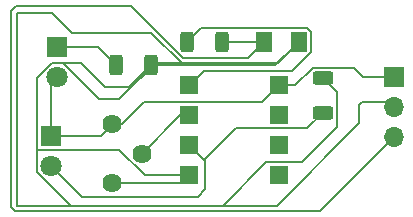
<source format=gbr>
%TF.GenerationSoftware,KiCad,Pcbnew,8.0.8*%
%TF.CreationDate,2025-01-25T13:23:04+05:30*%
%TF.ProjectId,ir sensor,69722073-656e-4736-9f72-2e6b69636164,rev?*%
%TF.SameCoordinates,Original*%
%TF.FileFunction,Copper,L1,Top*%
%TF.FilePolarity,Positive*%
%FSLAX46Y46*%
G04 Gerber Fmt 4.6, Leading zero omitted, Abs format (unit mm)*
G04 Created by KiCad (PCBNEW 8.0.8) date 2025-01-25 13:23:04*
%MOMM*%
%LPD*%
G01*
G04 APERTURE LIST*
G04 Aperture macros list*
%AMRoundRect*
0 Rectangle with rounded corners*
0 $1 Rounding radius*
0 $2 $3 $4 $5 $6 $7 $8 $9 X,Y pos of 4 corners*
0 Add a 4 corners polygon primitive as box body*
4,1,4,$2,$3,$4,$5,$6,$7,$8,$9,$2,$3,0*
0 Add four circle primitives for the rounded corners*
1,1,$1+$1,$2,$3*
1,1,$1+$1,$4,$5*
1,1,$1+$1,$6,$7*
1,1,$1+$1,$8,$9*
0 Add four rect primitives between the rounded corners*
20,1,$1+$1,$2,$3,$4,$5,0*
20,1,$1+$1,$4,$5,$6,$7,0*
20,1,$1+$1,$6,$7,$8,$9,0*
20,1,$1+$1,$8,$9,$2,$3,0*%
G04 Aperture macros list end*
%TA.AperFunction,SMDPad,CuDef*%
%ADD10R,1.600000X1.600000*%
%TD*%
%TA.AperFunction,ComponentPad*%
%ADD11C,1.620000*%
%TD*%
%TA.AperFunction,SMDPad,CuDef*%
%ADD12RoundRect,0.250000X0.312500X0.625000X-0.312500X0.625000X-0.312500X-0.625000X0.312500X-0.625000X0*%
%TD*%
%TA.AperFunction,SMDPad,CuDef*%
%ADD13RoundRect,0.250000X-0.625000X0.312500X-0.625000X-0.312500X0.625000X-0.312500X0.625000X0.312500X0*%
%TD*%
%TA.AperFunction,SMDPad,CuDef*%
%ADD14RoundRect,0.250001X0.462499X0.624999X-0.462499X0.624999X-0.462499X-0.624999X0.462499X-0.624999X0*%
%TD*%
%TA.AperFunction,ComponentPad*%
%ADD15C,1.800000*%
%TD*%
%TA.AperFunction,ComponentPad*%
%ADD16R,1.800000X1.800000*%
%TD*%
%TA.AperFunction,ComponentPad*%
%ADD17R,1.700000X1.700000*%
%TD*%
%TA.AperFunction,ComponentPad*%
%ADD18O,1.700000X1.700000*%
%TD*%
%TA.AperFunction,Conductor*%
%ADD19C,0.200000*%
%TD*%
G04 APERTURE END LIST*
D10*
%TO.P,U1,1*%
%TO.N,Net-(R3-Pad2)*%
X214190000Y-75190000D03*
%TO.P,U1,2,-*%
%TO.N,Net-(U1A--)*%
X214190000Y-77730000D03*
%TO.P,U1,3,+*%
%TO.N,Net-(D1-A)*%
X214190000Y-80270000D03*
%TO.P,U1,4,V-*%
%TO.N,GND*%
X214190000Y-82810000D03*
%TO.P,U1,5*%
%TO.N,N/C*%
X221810000Y-82810000D03*
%TO.P,U1,6*%
X221810000Y-80270000D03*
%TO.P,U1,7*%
X221810000Y-77730000D03*
%TO.P,U1,8,V+*%
%TO.N,+5V*%
X221810000Y-75190000D03*
%TD*%
D11*
%TO.P,RV1,1,1*%
%TO.N,+5V*%
X207675000Y-78500000D03*
%TO.P,RV1,2,2*%
%TO.N,Net-(U1A--)*%
X210175000Y-81000000D03*
%TO.P,RV1,3,3*%
%TO.N,GND*%
X207675000Y-83500000D03*
%TD*%
D12*
%TO.P,R3,1*%
%TO.N,out*%
X216925000Y-71500000D03*
%TO.P,R3,2*%
%TO.N,Net-(R3-Pad2)*%
X214000000Y-71500000D03*
%TD*%
D13*
%TO.P,R2,1*%
%TO.N,GND*%
X225500000Y-74575000D03*
%TO.P,R2,2*%
%TO.N,Net-(D1-A)*%
X225500000Y-77500000D03*
%TD*%
D12*
%TO.P,R1,1*%
%TO.N,GND*%
X210925000Y-73500000D03*
%TO.P,R1,2*%
%TO.N,Net-(D2-K)*%
X208000000Y-73500000D03*
%TD*%
D14*
%TO.P,D3,2,A*%
%TO.N,out*%
X220500000Y-71500000D03*
%TO.P,D3,1,K*%
%TO.N,GND*%
X223475000Y-71500000D03*
%TD*%
D15*
%TO.P,D2,2,A*%
%TO.N,+5V*%
X203025000Y-74500000D03*
D16*
%TO.P,D2,1,K*%
%TO.N,Net-(D2-K)*%
X203025000Y-71960000D03*
%TD*%
%TO.P,D1,1,K*%
%TO.N,+5V*%
X202500000Y-79460000D03*
D15*
%TO.P,D1,2,A*%
%TO.N,Net-(D1-A)*%
X202500000Y-82000000D03*
%TD*%
D17*
%TO.P,J1,1,Pin_1*%
%TO.N,+5V*%
X231500000Y-74500000D03*
D18*
%TO.P,J1,2,Pin_2*%
%TO.N,GND*%
X231500000Y-77040000D03*
%TO.P,J1,3,Pin_3*%
%TO.N,out*%
X231500000Y-79580000D03*
%TD*%
D19*
%TO.N,GND*%
X226675000Y-75750000D02*
X225500000Y-74575000D01*
X223724314Y-81710000D02*
X226675000Y-78759314D01*
X226675000Y-78759314D02*
X226675000Y-75750000D01*
X217020000Y-85400000D02*
X220710000Y-81710000D01*
X220710000Y-81710000D02*
X223724314Y-81710000D01*
X204202943Y-85400000D02*
X217020000Y-85400000D01*
X201300000Y-74527943D02*
X201300000Y-82497057D01*
X201300000Y-82497057D02*
X204202943Y-85400000D01*
X202527943Y-73300000D02*
X201300000Y-74527943D01*
X203522057Y-73300000D02*
X202527943Y-73300000D01*
X206565000Y-76342943D02*
X203522057Y-73300000D01*
X211344100Y-73261122D02*
X208262279Y-76342943D01*
X221713878Y-73261122D02*
X211344100Y-73261122D01*
X223475000Y-71500000D02*
X221713878Y-73261122D01*
X208262279Y-76342943D02*
X206565000Y-76342943D01*
%TO.N,out*%
X225280000Y-85800000D02*
X231500000Y-79580000D01*
X199100000Y-85465685D02*
X199434315Y-85800000D01*
X199100000Y-68900000D02*
X199100000Y-85465685D01*
X199500000Y-68500000D02*
X199100000Y-68900000D01*
X209277756Y-68500000D02*
X199500000Y-68500000D01*
X213638878Y-72861122D02*
X209277756Y-68500000D01*
X219138878Y-72861122D02*
X213638878Y-72861122D01*
X220500000Y-71500000D02*
X219138878Y-72861122D01*
X199434315Y-85800000D02*
X225280000Y-85800000D01*
%TO.N,GND*%
X231060000Y-76600000D02*
X231500000Y-77040000D01*
X228834314Y-76600000D02*
X231060000Y-76600000D01*
X228600000Y-78400000D02*
X228600000Y-76834314D01*
X228600000Y-76834314D02*
X228834314Y-76600000D01*
X221600000Y-85400000D02*
X228600000Y-78400000D01*
X199600000Y-85400000D02*
X221600000Y-85400000D01*
X199600000Y-69100000D02*
X199600000Y-85400000D01*
X202565000Y-69100000D02*
X199600000Y-69100000D01*
X204225000Y-70760000D02*
X202565000Y-69100000D01*
X213712070Y-73500000D02*
X210972070Y-70760000D01*
X210972070Y-70760000D02*
X204225000Y-70760000D01*
X221475000Y-73500000D02*
X213712070Y-73500000D01*
%TO.N,+5V*%
X228125429Y-73712500D02*
X228912929Y-74500000D01*
X224640256Y-73712500D02*
X228125429Y-73712500D01*
X223162756Y-75190000D02*
X224640256Y-73712500D01*
X221810000Y-75190000D02*
X223162756Y-75190000D01*
X228912929Y-74500000D02*
X231500000Y-74500000D01*
%TO.N,Net-(D1-A)*%
X224170000Y-78830000D02*
X225500000Y-77500000D01*
X218170000Y-78830000D02*
X224170000Y-78830000D01*
X215460000Y-81540000D02*
X214190000Y-80270000D01*
X215500000Y-81580000D02*
X215460000Y-81540000D01*
X215460000Y-81540000D02*
X218170000Y-78830000D01*
X215500000Y-84000000D02*
X215500000Y-81580000D01*
X214890000Y-84610000D02*
X215500000Y-84000000D01*
X202500000Y-82000000D02*
X205110000Y-84610000D01*
X205110000Y-84610000D02*
X214890000Y-84610000D01*
%TO.N,out*%
X216925000Y-71500000D02*
X220500000Y-71500000D01*
%TO.N,Net-(R3-Pad2)*%
X224487500Y-72359744D02*
X222910000Y-73937244D01*
X224487500Y-70640256D02*
X224487500Y-72359744D01*
X215175000Y-70325000D02*
X224172244Y-70325000D01*
X224172244Y-70325000D02*
X224487500Y-70640256D01*
X222910000Y-73937244D02*
X215442756Y-73937244D01*
X214000000Y-71500000D02*
X215175000Y-70325000D01*
X215442756Y-73937244D02*
X214190000Y-75190000D01*
%TO.N,GND*%
X221475000Y-73500000D02*
X223475000Y-71500000D01*
X210925000Y-73500000D02*
X221475000Y-73500000D01*
X209065000Y-75360000D02*
X210925000Y-73500000D01*
X207055686Y-75360000D02*
X209065000Y-75360000D01*
X202527943Y-73300000D02*
X204995686Y-73300000D01*
X201300000Y-80660000D02*
X201300000Y-74527943D01*
X204995686Y-73300000D02*
X207055686Y-75360000D01*
X208265222Y-80660000D02*
X201300000Y-80660000D01*
X210415222Y-82810000D02*
X208265222Y-80660000D01*
X214190000Y-82810000D02*
X210415222Y-82810000D01*
X213500000Y-83500000D02*
X214190000Y-82810000D01*
X207675000Y-83500000D02*
X213500000Y-83500000D01*
%TO.N,Net-(U1A--)*%
X213445000Y-77730000D02*
X210175000Y-81000000D01*
X214190000Y-77730000D02*
X213445000Y-77730000D01*
%TO.N,+5V*%
X210370000Y-76630000D02*
X220370000Y-76630000D01*
X208500000Y-78500000D02*
X210370000Y-76630000D01*
X207675000Y-78500000D02*
X208500000Y-78500000D01*
X220370000Y-76630000D02*
X221810000Y-75190000D01*
X202500000Y-79460000D02*
X206715000Y-79460000D01*
X206715000Y-79460000D02*
X207675000Y-78500000D01*
X202500000Y-75025000D02*
X203025000Y-74500000D01*
X202500000Y-79460000D02*
X202500000Y-75025000D01*
%TO.N,Net-(D2-K)*%
X206460000Y-71960000D02*
X208000000Y-73500000D01*
X203025000Y-71960000D02*
X206460000Y-71960000D01*
%TD*%
M02*

</source>
